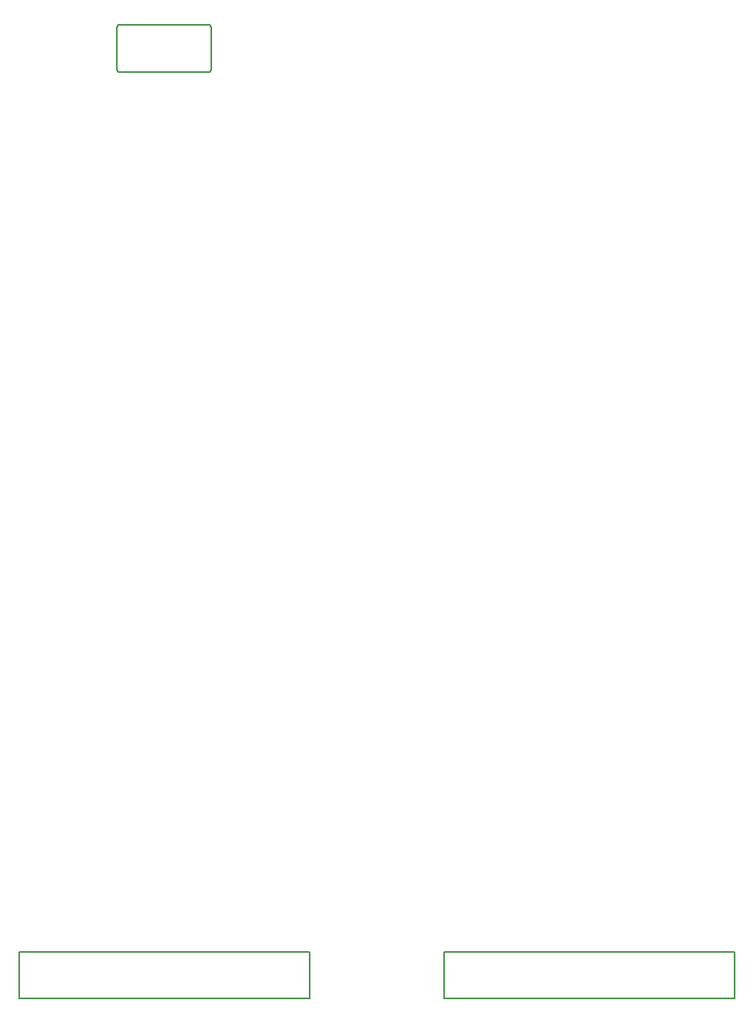
<source format=gbo>
G04*
G04 #@! TF.GenerationSoftware,Altium Limited,Altium Designer,21.4.1 (30)*
G04*
G04 Layer_Color=32896*
%FSLAX25Y25*%
%MOIN*%
G70*
G04*
G04 #@! TF.SameCoordinates,ABD127B9-61DE-435D-9B50-71DF74D21850*
G04*
G04*
G04 #@! TF.FilePolarity,Positive*
G04*
G01*
G75*
%ADD13C,0.00787*%
D13*
X471012Y6012D02*
Y25500D01*
Y6012D02*
X591996D01*
X471012Y25500D02*
X591996D01*
Y6012D02*
Y25500D01*
X334607Y410512D02*
X335394Y411299D01*
X334607Y392638D02*
X335394Y391851D01*
X334607Y392638D02*
Y410512D01*
X374055Y392638D02*
Y410512D01*
X373268Y391851D02*
X374055Y392638D01*
X373268Y411299D02*
X374055Y410512D01*
X335394Y411299D02*
X373268D01*
X335394Y391851D02*
X373268D01*
X293839Y6001D02*
Y25489D01*
Y6001D02*
X414823D01*
X293839Y25489D02*
X414823D01*
Y6001D02*
Y25489D01*
M02*

</source>
